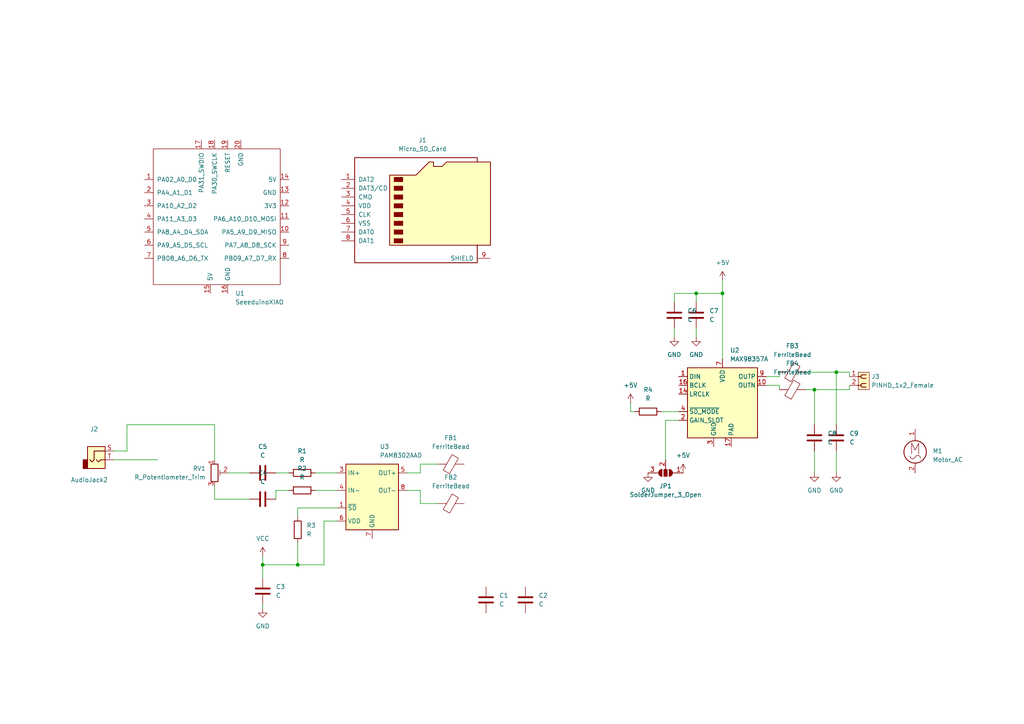
<source format=kicad_sch>
(kicad_sch (version 20231120) (generator "eeschema") (generator_version "8.0")
  (paper "A4")
  (lib_symbols
    (symbol "Amplifier_Audio:PAM8302AAD"
      (property "Reference" "U3" (at 2.1941 12.7 0))
      (property "Value" "PAM8302AAD" (at 2.1941 10.16 0))
      (symbol "PAM8302AAD_0_1"
        (rectangle (start -7.62 7.62) (end 7.62 -11.43) (stroke (width 0.254)) (fill (type background)))
      )
      (symbol "PAM8302AAD_1_1"
        (pin input line (at -10.16 -5.08 0) (length 2.54) (name "~{SD}") (number "1"))
        (pin no_connect line (at 7.62 -5.08 180) (length 2.54) hide (name "NC") (number "2"))
        (pin input line (at -10.16 5.08 0) (length 2.54) (name "IN+") (number "3"))
        (pin input line (at -10.16 0 0) (length 2.54) (name "IN-") (number "4"))
        (pin output line (at 10.16 5.08 180) (length 2.54) (name "OUT+") (number "5"))
        (pin power_in line (at -10.16 -8.89 0) (length 2.54) (name "VDD") (number "6"))
        (pin power_in line (at 0 -13.97 90) (length 2.54) (name "GND") (number "7"))
        (pin output line (at 10.16 0 180) (length 2.54) (name "OUT-") (number "8"))
      )
    )
    (symbol "Audio:MAX98357A"
      (property "Reference" "U" (at -8.89 11.43 0))
      (property "Value" "MAX98357A" (at 10.16 11.43 0))
      (symbol "MAX98357A_1_1"
        (rectangle (start -10.16 10.16) (end 10.16 -10.16) (stroke (width 0.254)) (fill (type background)))
        (pin input line (at -12.7 7.62 0) (length 2.54) (name "DIN") (number "1"))
        (pin output line (at 12.7 5.08 180) (length 2.54) (name "OUTN") (number "10"))
        (pin passive line (at -2.54 -12.7 90) (length 2.54) hide (name "GND") (number "11"))
        (pin no_connect line (at 10.16 -5.08 180) (length 2.54) hide (name "NC") (number "12"))
        (pin no_connect line (at 10.16 -7.62 180) (length 2.54) hide (name "NC") (number "13"))
        (pin input line (at -12.7 2.54 0) (length 2.54) (name "LRCLK") (number "14"))
        (pin passive line (at -2.54 -12.7 90) (length 2.54) hide (name "GND") (number "15"))
        (pin input line (at -12.7 5.08 0) (length 2.54) (name "BCLK") (number "16"))
        (pin unspecified line (at 2.54 -12.7 90) (length 2.54) (name "PAD") (number "17"))
        (pin passive line (at -12.7 -5.08 0) (length 2.54) (name "GAIN_SLOT") (number "2"))
        (pin power_in line (at -2.54 -12.7 90) (length 2.54) (name "GND") (number "3"))
        (pin input line (at -12.7 -2.54 0) (length 2.54) (name "~{SD_MODE}") (number "4"))
        (pin no_connect line (at 10.16 2.54 180) (length 2.54) hide (name "NC") (number "5"))
        (pin no_connect line (at 10.16 0 180) (length 2.54) hide (name "NC") (number "6"))
        (pin power_in line (at 0 12.7 270) (length 2.54) (name "VDD") (number "7"))
        (pin passive line (at 0 12.7 270) (length 2.54) hide (name "VDD") (number "8"))
        (pin output line (at 12.7 7.62 180) (length 2.54) (name "OUTP") (number "9"))
      )
    )
    (symbol "Connector:Micro_SD_Card" (pin_names (offset 1.016))
      (property "Reference" "J" (at -16.51 15.24 0))
      (property "Value" "Micro_SD_Card" (at 16.51 15.24 0))
      (symbol "Micro_SD_Card_0_1"
        (rectangle (start -7.62 -9.525) (end -5.08 -10.795) (fill (type outline)))
        (rectangle (start -7.62 -6.985) (end -5.08 -8.255) (fill (type outline)))
        (rectangle (start -7.62 -4.445) (end -5.08 -5.715) (fill (type outline)))
        (rectangle (start -7.62 -1.905) (end -5.08 -3.175) (fill (type outline)))
        (rectangle (start -7.62 0.635) (end -5.08 -0.635) (fill (type outline)))
        (rectangle (start -7.62 3.175) (end -5.08 1.905) (fill (type outline)))
        (rectangle (start -7.62 5.715) (end -5.08 4.445) (fill (type outline)))
        (rectangle (start -7.62 8.255) (end -5.08 6.985) (fill (type outline)))
        (polyline (pts (xy 16.51 12.7) (xy 16.51 13.97) (xy -19.05 13.97) (xy -19.05 -16.51) (xy 16.51 -16.51) (xy 16.51 -11.43)) (stroke (width 0.254)))
        (polyline (pts (xy -8.89 -11.43) (xy -8.89 8.89) (xy -1.27 8.89) (xy 2.54 12.7) (xy 3.81 12.7) (xy 3.81 11.43) (xy 6.35 11.43) (xy 7.62 12.7) (xy 20.32 12.7) (xy 20.32 -11.43) (xy -8.89 -11.43)) (stroke (width 0.254)) (fill (type background)))
      )
      (symbol "Micro_SD_Card_1_1"
        (pin bidirectional line (at -22.86 7.62 0) (length 3.81) (name "DAT2") (number "1"))
        (pin bidirectional line (at -22.86 5.08 0) (length 3.81) (name "DAT3/CD") (number "2"))
        (pin input line (at -22.86 2.54 0) (length 3.81) (name "CMD") (number "3"))
        (pin power_in line (at -22.86 0 0) (length 3.81) (name "VDD") (number "4"))
        (pin input line (at -22.86 -2.54 0) (length 3.81) (name "CLK") (number "5"))
        (pin power_in line (at -22.86 -5.08 0) (length 3.81) (name "VSS") (number "6"))
        (pin bidirectional line (at -22.86 -7.62 0) (length 3.81) (name "DAT0") (number "7"))
        (pin bidirectional line (at -22.86 -10.16 0) (length 3.81) (name "DAT1") (number "8"))
        (pin passive line (at 20.32 -15.24 180) (length 3.81) (name "SHIELD") (number "9"))
      )
    )
    (symbol "Connector_Audio:AudioJack2"
      (property "Reference" "J" (at 0 8.89 0))
      (property "Value" "AudioJack2" (at 0 6.35 0))
      (symbol "AudioJack2_0_1"
        (rectangle (start -3.81 0) (end -2.54 -2.54) (stroke (width 0.254)) (fill (type outline)))
        (rectangle (start -2.54 3.81) (end 2.54 -2.54) (stroke (width 0.254)) (fill (type background)))
        (polyline (pts (xy 0 0) (xy 0.635 -0.635) (xy 1.27 0) (xy 2.54 0)) (stroke (width 0.254)))
        (polyline (pts (xy 2.54 2.54) (xy -0.635 2.54) (xy -0.635 0) (xy -1.27 -0.635) (xy -1.905 0)) (stroke (width 0.254)))
      )
      (symbol "AudioJack2_1_1"
        (pin passive line (at 5.08 2.54 180) (length 2.54) (name "~") (number "S"))
        (pin passive line (at 5.08 0 180) (length 2.54) (name "~") (number "T"))
      )
    )
    (symbol "Device:C" (pin_numbers hide) (pin_names (offset 0.254))
      (property "Reference" "C" (at 0.635 2.54 0))
      (property "Value" "C" (at 0.635 -2.54 0))
      (symbol "C_0_1"
        (polyline (pts (xy -2.032 -0.762) (xy 2.032 -0.762)) (stroke (width 0.508)))
        (polyline (pts (xy -2.032 0.762) (xy 2.032 0.762)) (stroke (width 0.508)))
      )
      (symbol "C_1_1"
        (pin passive line (at 0 3.81 270) (length 2.794) (name "~") (number "1"))
        (pin passive line (at 0 -3.81 90) (length 2.794) (name "~") (number "2"))
      )
    )
    (symbol "Device:FerriteBead" (pin_numbers hide) (pin_names (offset 0))
      (property "Reference" "FB" (at -3.81 0.635 90))
      (property "Value" "FerriteBead" (at 3.81 0 90))
      (symbol "FerriteBead_0_1"
        (polyline (pts (xy 0 -1.27) (xy 0 -1.2192)))
        (polyline (pts (xy 0 1.27) (xy 0 1.2954)))
        (polyline (pts (xy -2.7686 0.4064) (xy -1.7018 2.2606) (xy 2.7686 -0.3048) (xy 1.6764 -2.159) (xy -2.7686 0.4064)))
      )
      (symbol "FerriteBead_1_1"
        (pin passive line (at 0 3.81 270) (length 2.54) (name "~") (number "1"))
        (pin passive line (at 0 -3.81 90) (length 2.54) (name "~") (number "2"))
      )
    )
    (symbol "Device:R" (pin_numbers hide) (pin_names (offset 0))
      (property "Reference" "R" (at 2.032 0 90))
      (property "Value" "R" (at 0 0 90))
      (symbol "R_0_1"
        (rectangle (start -1.016 -2.54) (end 1.016 2.54) (stroke (width 0.254)))
      )
      (symbol "R_1_1"
        (pin passive line (at 0 3.81 270) (length 1.27) (name "~") (number "1"))
        (pin passive line (at 0 -3.81 90) (length 1.27) (name "~") (number "2"))
      )
    )
    (symbol "Device:R_Potentiometer_Trim" (pin_names (offset 1.016) hide)
      (property "Reference" "RV" (at -4.445 0 90))
      (property "Value" "R_Potentiometer_Trim" (at -2.54 0 90))
      (symbol "R_Potentiometer_Trim_0_1"
        (polyline (pts (xy 1.524 0.762) (xy 1.524 -0.762)))
        (polyline (pts (xy 2.54 0) (xy 1.524 0)))
        (rectangle (start 1.016 2.54) (end -1.016 -2.54) (stroke (width 0.254)))
      )
      (symbol "R_Potentiometer_Trim_1_1"
        (pin passive line (at 0 3.81 270) (length 1.27) (name "1") (number "1"))
        (pin passive line (at 3.81 0 180) (length 1.27) (name "2") (number "2"))
        (pin passive line (at 0 -3.81 90) (length 1.27) (name "3") (number "3"))
      )
    )
    (symbol "InteractilesLibrary:SeeeduinoXIAO" (pin_names (offset 1.016))
      (property "Reference" "U" (at -19.05 22.86 0))
      (property "Value" "SeeeduinoXIAO" (at -12.7 21.59 0))
      (symbol "SeeeduinoXIAO_0_1"
        (rectangle (start -19.05 20.32) (end 17.78 -19.05))
      )
      (symbol "SeeeduinoXIAO_1_1"
        (pin unspecified line (at -21.59 11.43 0) (length 2.54) (name "PA02_A0_D0") (number "1"))
        (pin unspecified line (at 20.32 -3.81 180) (length 2.54) (name "PA5_A9_D9_MISO") (number "10"))
        (pin unspecified line (at 20.32 0 180) (length 2.54) (name "PA6_A10_D10_MOSI") (number "11"))
        (pin unspecified line (at 20.32 3.81 180) (length 2.54) (name "3V3") (number "12"))
        (pin unspecified line (at 20.32 7.62 180) (length 2.54) (name "GND") (number "13"))
        (pin unspecified line (at 20.32 11.43 180) (length 2.54) (name "5V") (number "14"))
        (pin input line (at -2.54 -21.59 90) (length 2.54) (name "5V") (number "15"))
        (pin input line (at 2.54 -21.59 90) (length 2.54) (name "GND") (number "16"))
        (pin input line (at -5.08 22.86 270) (length 2.54) (name "PA31_SWDIO") (number "17"))
        (pin input line (at -1.27 22.86 270) (length 2.54) (name "PA30_SWCLK") (number "18"))
        (pin input line (at 2.54 22.86 270) (length 2.54) (name "RESET") (number "19"))
        (pin unspecified line (at -21.59 7.62 0) (length 2.54) (name "PA4_A1_D1") (number "2"))
        (pin input line (at 6.35 22.86 270) (length 2.54) (name "GND") (number "20"))
        (pin unspecified line (at -21.59 3.81 0) (length 2.54) (name "PA10_A2_D2") (number "3"))
        (pin unspecified line (at -21.59 0 0) (length 2.54) (name "PA11_A3_D3") (number "4"))
        (pin unspecified line (at -21.59 -3.81 0) (length 2.54) (name "PA8_A4_D4_SDA") (number "5"))
        (pin unspecified line (at -21.59 -7.62 0) (length 2.54) (name "PA9_A5_D5_SCL") (number "6"))
        (pin unspecified line (at -21.59 -11.43 0) (length 2.54) (name "PB08_A6_D6_TX") (number "7"))
        (pin unspecified line (at 20.32 -11.43 180) (length 2.54) (name "PB09_A7_D7_RX") (number "8"))
        (pin unspecified line (at 20.32 -7.62 180) (length 2.54) (name "PA7_A8_D8_SCK") (number "9"))
      )
    )
    (symbol "Jumper:SolderJumper_3_Open" (pin_names (offset 0) hide) (exclude_from_sim yes) (in_bom no)
      (property "Reference" "JP" (at -2.54 -2.54 0))
      (property "Value" "SolderJumper_3_Open" (at 0 2.794 0))
      (symbol "SolderJumper_3_Open_0_1"
        (arc (start -1.016 1.016) (mid -2.0276 0) (end -1.016 -1.016))
        (arc (start -1.016 1.016) (mid -2.0276 0) (end -1.016 -1.016) (fill (type outline)))
        (rectangle (start -0.508 1.016) (end 0.508 -1.016) (fill (type outline)))
        (polyline (pts (xy -2.54 0) (xy -2.032 0)))
        (polyline (pts (xy -1.016 1.016) (xy -1.016 -1.016)))
        (polyline (pts (xy 0 -1.27) (xy 0 -1.016)))
        (polyline (pts (xy 1.016 1.016) (xy 1.016 -1.016)))
        (polyline (pts (xy 2.54 0) (xy 2.032 0)))
        (arc (start 1.016 -1.016) (mid 2.0276 0) (end 1.016 1.016))
        (arc (start 1.016 -1.016) (mid 2.0276 0) (end 1.016 1.016) (fill (type outline)))
      )
      (symbol "SolderJumper_3_Open_1_1"
        (pin passive line (at -5.08 0 0) (length 2.54) (name "A") (number "1"))
        (pin passive line (at 0 -3.81 90) (length 2.54) (name "C") (number "2"))
        (pin passive line (at 5.08 0 180) (length 2.54) (name "B") (number "3"))
      )
    )
    (symbol "Motor:Motor_AC" (pin_names (offset 0))
      (property "Reference" "M" (at 2.54 2.54 0))
      (property "Value" "Motor_AC" (at 2.54 -5.08 0))
      (symbol "Motor_AC_0_0"
        (arc (start -1.524 -2.794) (mid -0.8654 -3.5217) (end 0 -3.048))
        (polyline (pts (xy -1.016 -2.032) (xy -1.016 1.016) (xy 0 -1.016) (xy 1.016 1.016) (xy 1.016 -2.032)))
        (arc (start 1.524 -3.302) (mid 0.85 -2.5503) (end 0 -3.048))
      )
      (symbol "Motor_AC_0_1"
        (circle (center 0 -1.524) (radius 3.2512) (stroke (width 0.254)))
        (polyline (pts (xy 0 -7.62) (xy 0 -7.112)))
        (polyline (pts (xy 0 -4.7752) (xy 0 -5.1816)))
        (polyline (pts (xy 0 1.7272) (xy 0 2.0828)))
        (polyline (pts (xy 0 2.032) (xy 0 2.54)))
      )
      (symbol "Motor_AC_1_1"
        (pin passive line (at 0 5.08 270) (length 2.54) (name "~") (number "1"))
        (pin passive line (at 0 -7.62 90) (length 2.54) (name "~") (number "2"))
      )
    )
    (symbol "PCM_SL_Pin_Headers:PINHD_1x2_Female"
      (property "Reference" "J" (at 0 7.62 0))
      (property "Value" "PINHD_1x2_Female" (at 0 5.08 0))
      (symbol "PINHD_1x2_Female_0_1"
        (rectangle (start -1.27 2.54) (end 1.905 -2.54) (fill (type background)))
        (arc (start -0.508 -1.27) (mid -0.3592 -1.6292) (end 0 -1.778) (stroke (width 0.25)))
        (arc (start -0.508 1.27) (mid -0.3592 0.9108) (end 0 0.762) (stroke (width 0.25)))
        (arc (start 0 -0.762) (mid -0.3592 -0.9108) (end -0.508 -1.27) (stroke (width 0.25)))
        (polyline (pts (xy -1.27 -1.27) (xy -0.508 -1.27)) (stroke (width 0.25)))
        (polyline (pts (xy -1.27 1.27) (xy -0.508 1.27)) (stroke (width 0.25)))
        (polyline (pts (xy 0 -1.778) (xy 1.016 -1.778)) (stroke (width 0.25)))
        (polyline (pts (xy 0 -0.762) (xy 1.016 -0.762)) (stroke (width 0.25)))
        (polyline (pts (xy 0 0.762) (xy 1.016 0.762)) (stroke (width 0.25)))
        (polyline (pts (xy 0 1.778) (xy 1.016 1.778)) (stroke (width 0.25)))
        (arc (start 0 1.778) (mid -0.3592 1.6292) (end -0.508 1.27) (stroke (width 0.25)))
      )
      (symbol "PINHD_1x2_Female_1_1"
        (pin passive line (at -3.81 1.27 0) (length 2.54) (name "") (number "1"))
        (pin passive line (at -3.81 -1.27 0) (length 2.54) (name "") (number "2"))
      )
    )
    (symbol "power:+5V" (power) (pin_numbers hide) (pin_names (offset 0) hide)
      (property "Value" "+5V" (at 0 3.556 0))
      (symbol "+5V_0_1"
        (polyline (pts (xy -0.762 1.27) (xy 0 2.54)))
        (polyline (pts (xy 0 0) (xy 0 2.54)))
        (polyline (pts (xy 0 2.54) (xy 0.762 1.27)))
      )
      (symbol "+5V_1_1"
        (pin power_in line (at 0 0 90) (length 0) (name "~") (number "1"))
      )
    )
    (symbol "power:GND" (power) (pin_numbers hide) (pin_names (offset 0) hide)
      (property "Value" "GND" (at 0 -3.81 0))
      (symbol "GND_0_1"
        (polyline (pts (xy 0 0) (xy 0 -1.27) (xy 1.27 -1.27) (xy 0 -2.54) (xy -1.27 -1.27) (xy 0 -1.27)))
      )
      (symbol "GND_1_1"
        (pin power_in line (at 0 0 270) (length 0) (name "~") (number "1"))
      )
    )
    (symbol "power:VCC" (power) (pin_numbers hide) (pin_names (offset 0) hide)
      (property "Value" "VCC" (at 0 3.556 0))
      (symbol "VCC_0_1"
        (polyline (pts (xy -0.762 1.27) (xy 0 2.54)))
        (polyline (pts (xy 0 0) (xy 0 2.54)))
        (polyline (pts (xy 0 2.54) (xy 0.762 1.27)))
      )
      (symbol "VCC_1_1"
        (pin power_in line (at 0 0 90) (length 0) (name "~") (number "1"))
      )
    )
  )
  (junction (at 209.55 85.09))
  (junction (at 201.93 85.09))
  (junction (at 86.36 163.83))
  (junction (at 76.2 163.83))
  (junction (at 236.22 113.03))
  (junction (at 242.57 107.95))
  (wire (pts (xy 72.39 144.78) (xy 62.23 144.78)))
  (wire (pts (xy 76.2 163.83) (xy 76.2 167.64)))
  (wire (pts (xy 121.92 134.62) (xy 127 134.62)))
  (wire (pts (xy 83.82 142.24) (xy 80.01 142.24)))
  (wire (pts (xy 201.93 85.09) (xy 201.93 87.63)))
  (wire (pts (xy 201.93 85.09) (xy 209.55 85.09)))
  (wire (pts (xy 226.06 109.22) (xy 226.06 107.95)))
  (wire (pts (xy 246.38 113.03) (xy 246.38 111.76)))
  (wire (pts (xy 76.2 161.29) (xy 76.2 163.83)))
  (wire (pts (xy 62.23 123.19) (xy 62.23 133.35)))
  (wire (pts (xy 182.88 119.38) (xy 184.15 119.38)))
  (wire (pts (xy 66.04 137.16) (xy 72.39 137.16)))
  (wire (pts (xy 33.02 130.81) (xy 36.83 130.81)))
  (wire (pts (xy 76.2 175.26) (xy 76.2 176.53)))
  (wire (pts (xy 236.22 137.16) (xy 236.22 130.81)))
  (wire (pts (xy 201.93 95.25) (xy 201.93 97.79)))
  (wire (pts (xy 86.36 163.83) (xy 76.2 163.83)))
  (wire (pts (xy 193.04 133.35) (xy 193.04 121.92)))
  (wire (pts (xy 242.57 107.95) (xy 242.57 123.19)))
  (wire (pts (xy 242.57 137.16) (xy 242.57 130.81)))
  (wire (pts (xy 246.38 107.95) (xy 246.38 109.22)))
  (wire (pts (xy 195.58 85.09) (xy 201.93 85.09)))
  (wire (pts (xy 209.55 81.28) (xy 209.55 85.09)))
  (wire (pts (xy 80.01 142.24) (xy 80.01 144.78)))
  (wire (pts (xy 97.79 137.16) (xy 91.44 137.16)))
  (wire (pts (xy 97.79 142.24) (xy 91.44 142.24)))
  (wire (pts (xy 86.36 157.48) (xy 86.36 163.83)))
  (wire (pts (xy 36.83 130.81) (xy 36.83 123.19)))
  (wire (pts (xy 86.36 163.83) (xy 93.98 163.83)))
  (wire (pts (xy 121.92 137.16) (xy 118.11 137.16)))
  (wire (pts (xy 93.98 151.13) (xy 97.79 151.13)))
  (wire (pts (xy 33.02 133.35) (xy 45.72 133.35)))
  (wire (pts (xy 195.58 85.09) (xy 195.58 87.63)))
  (wire (pts (xy 193.04 121.92) (xy 196.85 121.92)))
  (wire (pts (xy 233.68 113.03) (xy 236.22 113.03)))
  (wire (pts (xy 121.92 142.24) (xy 118.11 142.24)))
  (wire (pts (xy 195.58 95.25) (xy 195.58 97.79)))
  (wire (pts (xy 86.36 147.32) (xy 97.79 147.32)))
  (wire (pts (xy 226.06 111.76) (xy 226.06 113.03)))
  (wire (pts (xy 83.82 137.16) (xy 80.01 137.16)))
  (wire (pts (xy 242.57 107.95) (xy 246.38 107.95)))
  (wire (pts (xy 93.98 151.13) (xy 93.98 163.83)))
  (wire (pts (xy 236.22 113.03) (xy 246.38 113.03)))
  (wire (pts (xy 62.23 144.78) (xy 62.23 140.97)))
  (wire (pts (xy 209.55 85.09) (xy 209.55 104.14)))
  (wire (pts (xy 182.88 116.84) (xy 182.88 119.38)))
  (wire (pts (xy 36.83 123.19) (xy 62.23 123.19)))
  (wire (pts (xy 86.36 149.86) (xy 86.36 147.32)))
  (wire (pts (xy 233.68 107.95) (xy 242.57 107.95)))
  (wire (pts (xy 121.92 142.24) (xy 121.92 146.05)))
  (wire (pts (xy 191.77 119.38) (xy 196.85 119.38)))
  (wire (pts (xy 121.92 146.05) (xy 127 146.05)))
  (wire (pts (xy 121.92 137.16) (xy 121.92 134.62)))
  (wire (pts (xy 236.22 113.03) (xy 236.22 123.19)))
  (wire (pts (xy 222.25 109.22) (xy 226.06 109.22)))
  (wire (pts (xy 222.25 111.76) (xy 226.06 111.76)))
  (symbol (lib_id "Amplifier_Audio:PAM8302AAD") (at 107.95 142.24 0) (unit 1)
    (property "Reference" "U3" (at 110.1441 129.54 0) (effects (justify left)))
    (property "Value" "PAM8302AAD" (at 110.1441 132.08 0) (effects (justify left)))
    (property "Datasheet" "https://www.diodes.com/assets/Datasheets/PAM8302A.pdf" (effects (hide yes)))
    (property "Description" "2.5W Filterless Class-D Mono Audio Amplifier, SOIC-8" (effects (hide yes)))
  )
  (symbol (lib_id "Device:R") (at 187.96 119.38 90) (unit 1)
    (property "Reference" "R4" (at 187.96 113.03 90))
    (property "Value" "R" (at 187.96 115.57 90))
    (property "Description" "Resistor" (effects (hide yes)))
  )
  (symbol (lib_id "Device:R_Potentiometer_Trim") (at 62.23 137.16 0) (unit 1)
    (property "Reference" "RV1" (at 59.69 135.8899 0) (effects (justify right)))
    (property "Value" "R_Potentiometer_Trim" (at 59.69 138.4299 0) (effects (justify right)))
    (property "Description" "Trim-potentiometer" (effects (hide yes)))
  )
  (symbol (lib_id "power:GND") (at 201.93 97.79 0) (unit 1)
    (property "Reference" "#PWR06" (effects (hide yes)))
    (property "Value" "GND" (at 201.93 102.87 0))
    (property "Description" "Power symbol creates a global label with name \"GND\" , ground" (effects (hide yes)))
  )
  (symbol (lib_id "Device:C") (at 76.2 137.16 270) (unit 1)
    (property "Reference" "C5" (at 76.2 129.54 90))
    (property "Value" "C" (at 76.2 132.08 90))
    (property "Description" "Unpolarized capacitor" (effects (hide yes)))
  )
  (symbol (lib_id "Audio:MAX98357A") (at 209.55 116.84 0) (unit 1)
    (property "Reference" "U2" (at 211.7441 101.6 0) (effects (justify left)))
    (property "Value" "MAX98357A" (at 211.7441 104.14 0) (effects (justify left)))
    (property "Footprint" "Package_DFN_QFN:TQFN-16-1EP_3x3mm_P0.5mm_EP1.23x1.23mm" (effects (hide yes)))
    (property "Datasheet" "https://www.analog.com/media/en/technical-documentation/data-sheets/MAX98357A-MAX98357B.pdf" (effects (hide yes)))
    (property "Description" "Mono DAC with amplifier, I2S, PCM, TDM, 32-bit, 96khz, 3.2W, TQFP-16" (effects (hide yes)))
  )
  (symbol (lib_id "Device:C") (at 152.4 173.99 0) (unit 1)
    (property "Reference" "C2" (at 156.21 172.7199 0) (effects (justify left)))
    (property "Value" "C" (at 156.21 175.2599 0) (effects (justify left)))
    (property "Description" "Unpolarized capacitor" (effects (hide yes)))
  )
  (symbol (lib_id "Connector:Micro_SD_Card") (at 121.92 59.69 0) (unit 1)
    (property "Reference" "J1" (at 122.555 40.64 0))
    (property "Value" "Micro_SD_Card" (at 122.555 43.18 0))
    (property "Datasheet" "http://katalog.we-online.de/em/datasheet/693072010801.pdf" (effects (hide yes)))
    (property "Description" "Micro SD Card Socket" (effects (hide yes)))
  )
  (symbol (lib_id "power:VCC") (at 76.2 161.29 0) (unit 1)
    (property "Reference" "#PWR01" (effects (hide yes)))
    (property "Value" "VCC" (at 76.2 156.21 0))
    (property "Description" "Power symbol creates a global label with name \"VCC\"" (effects (hide yes)))
  )
  (symbol (lib_id "power:+5V") (at 209.55 81.28 0) (unit 1)
    (property "Reference" "#PWR05" (effects (hide yes)))
    (property "Value" "+5V" (at 209.55 76.2 0))
    (property "Description" "Power symbol creates a global label with name \"+5V\"" (effects (hide yes)))
  )
  (symbol (lib_id "Device:FerriteBead") (at 229.87 107.95 90) (unit 1)
    (property "Reference" "FB3" (at 229.8192 100.33 90))
    (property "Value" "FerriteBead" (at 229.8192 102.87 90))
    (property "Description" "Ferrite bead" (effects (hide yes)))
  )
  (symbol (lib_id "power:+5V") (at 198.12 137.16 0) (unit 1)
    (property "Reference" "#PWR03" (effects (hide yes)))
    (property "Value" "+5V" (at 198.12 132.08 0))
    (property "Description" "Power symbol creates a global label with name \"+5V\"" (effects (hide yes)))
  )
  (symbol (lib_id "Device:C") (at 201.93 91.44 0) (unit 1)
    (property "Reference" "C7" (at 205.74 90.1699 0) (effects (justify left)))
    (property "Value" "C" (at 205.74 92.7099 0) (effects (justify left)))
    (property "Description" "Unpolarized capacitor" (effects (hide yes)))
  )
  (symbol (lib_id "Device:R") (at 86.36 153.67 0) (unit 1)
    (property "Reference" "R3" (at 88.9 152.3999 0) (effects (justify left)))
    (property "Value" "R" (at 88.9 154.9399 0) (effects (justify left)))
    (property "Description" "Resistor" (effects (hide yes)))
  )
  (symbol (lib_id "Device:C") (at 76.2 144.78 270) (unit 1)
    (property "Reference" "C4" (at 76.2 137.16 90))
    (property "Value" "C" (at 76.2 139.7 90))
    (property "Description" "Unpolarized capacitor" (effects (hide yes)))
  )
  (symbol (lib_id "power:GND") (at 195.58 97.79 0) (unit 1)
    (property "Reference" "#PWR07" (effects (hide yes)))
    (property "Value" "GND" (at 195.58 102.87 0))
    (property "Description" "Power symbol creates a global label with name \"GND\" , ground" (effects (hide yes)))
  )
  (symbol (lib_id "Device:C") (at 242.57 127 0) (unit 1)
    (property "Reference" "C9" (at 246.38 125.7299 0) (effects (justify left)))
    (property "Value" "C" (at 246.38 128.2699 0) (effects (justify left)))
    (property "Description" "Unpolarized capacitor" (effects (hide yes)))
  )
  (symbol (lib_id "Device:C") (at 76.2 171.45 0) (unit 1)
    (property "Reference" "C3" (at 80.01 170.1799 0) (effects (justify left)))
    (property "Value" "C" (at 80.01 172.7199 0) (effects (justify left)))
    (property "Description" "Unpolarized capacitor" (effects (hide yes)))
  )
  (symbol (lib_id "power:GND") (at 236.22 137.16 0) (unit 1)
    (property "Reference" "#PWR09" (effects (hide yes)))
    (property "Value" "GND" (at 236.22 142.24 0))
    (property "Description" "Power symbol creates a global label with name \"GND\" , ground" (effects (hide yes)))
  )
  (symbol (lib_id "PCM_SL_Pin_Headers:PINHD_1x2_Female") (at 250.19 110.49 0) (unit 1)
    (property "Reference" "J3" (at 252.73 109.2199 0) (effects (justify left)))
    (property "Value" "PINHD_1x2_Female" (at 252.73 111.7599 0) (effects (justify left)))
    (property "Footprint" "Connector_PinSocket_2.54mm:PinSocket_1x02_P2.54mm_Vertical" (effects (hide yes)))
    (property "Description" "Pin Header female with pin space 2.54mm. Pin Count -2" (effects (hide yes)))
  )
  (symbol (lib_id "power:+5V") (at 182.88 116.84 0) (unit 1)
    (property "Reference" "#PWR04" (effects (hide yes)))
    (property "Value" "+5V" (at 182.88 111.76 0))
    (property "Description" "Power symbol creates a global label with name \"+5V\"" (effects (hide yes)))
  )
  (symbol (lib_id "Device:C") (at 195.58 91.44 0) (unit 1)
    (property "Reference" "C6" (at 199.39 90.1699 0) (effects (justify left)))
    (property "Value" "C" (at 199.39 92.7099 0) (effects (justify left)))
    (property "Description" "Unpolarized capacitor" (effects (hide yes)))
  )
  (symbol (lib_id "Device:R") (at 87.63 142.24 270) (unit 1)
    (property "Reference" "R2" (at 87.63 135.89 90))
    (property "Value" "R" (at 87.63 138.43 90))
    (property "Description" "Resistor" (effects (hide yes)))
  )
  (symbol (lib_id "Jumper:SolderJumper_3_Open") (at 193.04 137.16 180) (unit 1) (exclude_from_sim yes) (in_bom no)
    (property "Reference" "JP1" (at 193.04 140.97 0))
    (property "Value" "SolderJumper_3_Open" (at 193.04 143.51 0))
    (property "Description" "Solder Jumper, 3-pole, open" (effects (hide yes)))
  )
  (symbol (lib_id "Device:FerriteBead") (at 130.81 134.62 90) (unit 1)
    (property "Reference" "FB1" (at 130.7592 127 90))
    (property "Value" "FerriteBead" (at 130.7592 129.54 90))
    (property "Description" "Ferrite bead" (effects (hide yes)))
  )
  (symbol (lib_id "power:GND") (at 76.2 176.53 0) (unit 1)
    (property "Reference" "#PWR02" (effects (hide yes)))
    (property "Value" "GND" (at 76.2 181.61 0))
    (property "Description" "Power symbol creates a global label with name \"GND\" , ground" (effects (hide yes)))
  )
  (symbol (lib_id "Connector_Audio:AudioJack2") (at 27.94 133.35 0) (unit 1)
    (property "Reference" "J2" (at 27.305 124.46 0))
    (property "Value" "AudioJack2" (at 25.908 139.192 0))
    (property "Description" "Audio Jack, 2 Poles (Mono / TS)" (effects (hide yes)))
  )
  (symbol (lib_id "Device:FerriteBead") (at 130.81 146.05 90) (unit 1)
    (property "Reference" "FB2" (at 130.7592 138.43 90))
    (property "Value" "FerriteBead" (at 130.7592 140.97 90))
    (property "Description" "Ferrite bead" (effects (hide yes)))
  )
  (symbol (lib_id "Device:R") (at 87.63 137.16 270) (unit 1)
    (property "Reference" "R1" (at 87.63 130.81 90))
    (property "Value" "R" (at 87.63 133.35 90))
    (property "Description" "Resistor" (effects (hide yes)))
  )
  (symbol (lib_id "Device:C") (at 236.22 127 0) (unit 1)
    (property "Reference" "C8" (at 240.03 125.7299 0) (effects (justify left)))
    (property "Value" "C" (at 240.03 128.2699 0) (effects (justify left)))
    (property "Description" "Unpolarized capacitor" (effects (hide yes)))
  )
  (symbol (lib_id "Device:FerriteBead") (at 229.87 113.03 90) (unit 1)
    (property "Reference" "FB4" (at 229.8192 105.41 90))
    (property "Value" "FerriteBead" (at 229.8192 107.95 90))
    (property "Description" "Ferrite bead" (effects (hide yes)))
  )
  (symbol (lib_id "InteractilesLibrary:SeeeduinoXIAO") (at 63.5 63.5 0) (unit 1)
    (property "Reference" "U1" (at 68.2341 85.09 0) (effects (justify left)))
    (property "Value" "SeeeduinoXIAO" (at 68.2341 87.63 0) (effects (justify left)))
    (property "Footprint" "Seeed Xiao:Seeeduino XIAO-MOUDLE14P-2.54-21X17.8MM" (effects (hide yes)))
  )
  (symbol (lib_id "power:GND") (at 242.57 137.16 0) (unit 1)
    (property "Reference" "#PWR010" (effects (hide yes)))
    (property "Value" "GND" (at 242.57 142.24 0))
    (property "Description" "Power symbol creates a global label with name \"GND\" , ground" (effects (hide yes)))
  )
  (symbol (lib_id "power:GND") (at 187.96 137.16 0) (unit 1)
    (property "Reference" "#PWR08" (effects (hide yes)))
    (property "Value" "GND" (at 187.96 142.24 0))
    (property "Description" "Power symbol creates a global label with name \"GND\" , ground" (effects (hide yes)))
  )
  (symbol (lib_id "Device:C") (at 140.97 173.99 0) (unit 1)
    (property "Reference" "C1" (at 144.78 172.7199 0) (effects (justify left)))
    (property "Value" "C" (at 144.78 175.2599 0) (effects (justify left)))
    (property "Description" "Unpolarized capacitor" (effects (hide yes)))
  )
  (symbol (lib_id "Motor:Motor_AC") (at 265.43 129.54 0) (unit 1)
    (property "Reference" "M1" (at 270.51 130.8099 0) (effects (justify left)))
    (property "Value" "Motor_AC" (at 270.51 133.3499 0) (effects (justify left)))
    (property "Description" "AC Motor" (effects (hide yes)))
  )
)
</source>
